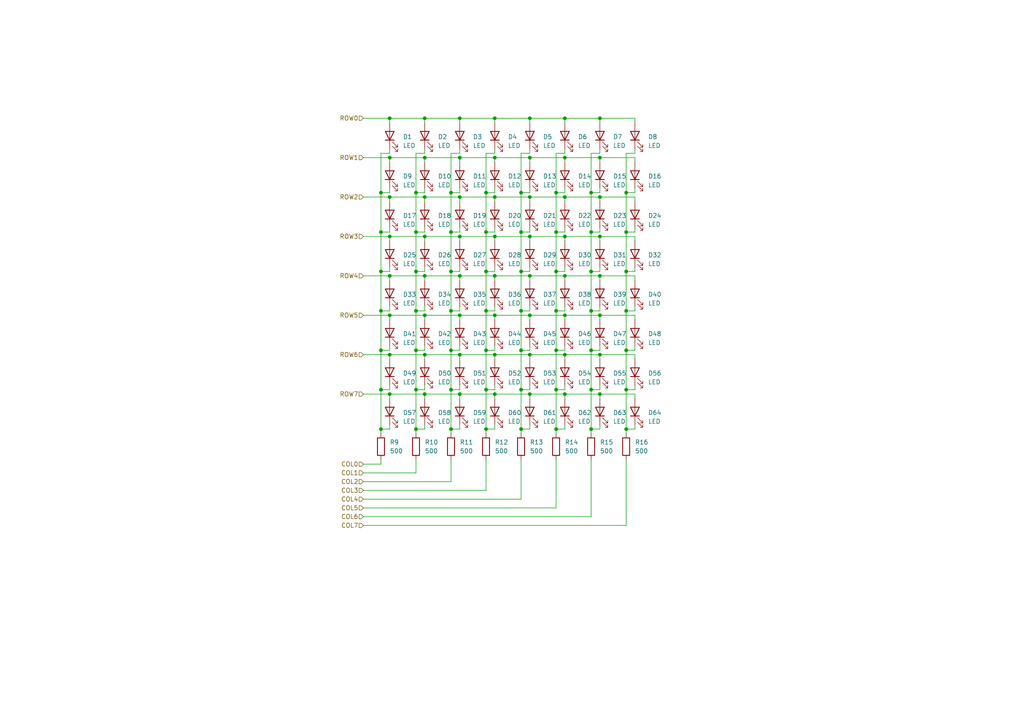
<source format=kicad_sch>
(kicad_sch (version 20230121) (generator eeschema)
  (paper "A4")
  (title_block (title "Volumetric Display") (date "2023-12-18") (rev "V1.0"))
  (lib_symbols
    (symbol "Device:LED" (pin_numbers hide) (pin_names (offset 1.016) hide)
      (property "Reference" "D" (at 0 2.54 0))
      (property "Value" "LED" (at 0 -2.54 0))
      (symbol "LED_0_1"
        (polyline (pts (xy -1.27 -1.27) (xy -1.27 1.27)) (stroke (width 0.254)))
        (polyline (pts (xy -1.27 0) (xy 1.27 0)))
        (polyline (pts (xy 1.27 -1.27) (xy 1.27 1.27) (xy -1.27 0) (xy 1.27 -1.27)) (stroke (width 0.254)))
        (polyline (pts (xy -3.048 -0.762) (xy -4.572 -2.286) (xy -3.81 -2.286) (xy -4.572 -2.286) (xy -4.572 -1.524)))
        (polyline (pts (xy -1.778 -0.762) (xy -3.302 -2.286) (xy -2.54 -2.286) (xy -3.302 -2.286) (xy -3.302 -1.524)))
      )
      (symbol "LED_1_1"
        (pin passive line (at -3.81 0 0) (length 2.54) (name "K") (number "1"))
        (pin passive line (at 3.81 0 180) (length 2.54) (name "A") (number "2"))
      )
    )
    (symbol "Device:R" (pin_numbers hide) (pin_names (offset 0))
      (property "Reference" "R" (at 2.032 0 90))
      (property "Value" "R" (at 0 0 90))
      (symbol "R_0_1"
        (rectangle (start -1.016 -2.54) (end 1.016 2.54) (stroke (width 0.254)))
      )
      (symbol "R_1_1"
        (pin passive line (at 0 3.81 270) (length 1.27) (name "~") (number "1"))
        (pin passive line (at 0 -3.81 90) (length 1.27) (name "~") (number "2"))
      )
    )
  )
  (junction (at 140.97 78.74))
  (junction (at 140.97 124.46))
  (junction (at 110.49 90.17))
  (junction (at 171.45 55.88))
  (junction (at 133.35 91.44))
  (junction (at 151.13 90.17))
  (junction (at 173.99 45.72))
  (junction (at 120.65 55.88))
  (junction (at 123.19 102.87))
  (junction (at 181.61 124.46))
  (junction (at 130.81 67.31))
  (junction (at 163.83 68.58))
  (junction (at 171.45 124.46))
  (junction (at 113.03 114.3))
  (junction (at 123.19 45.72))
  (junction (at 113.03 57.15))
  (junction (at 143.51 102.87))
  (junction (at 110.49 101.6))
  (junction (at 151.13 101.6))
  (junction (at 143.51 91.44))
  (junction (at 113.03 80.01))
  (junction (at 133.35 80.01))
  (junction (at 130.81 78.74))
  (junction (at 113.03 34.29))
  (junction (at 181.61 90.17))
  (junction (at 143.51 34.29))
  (junction (at 133.35 102.87))
  (junction (at 163.83 34.29))
  (junction (at 133.35 57.15))
  (junction (at 140.97 90.17))
  (junction (at 173.99 68.58))
  (junction (at 181.61 101.6))
  (junction (at 153.67 114.3))
  (junction (at 153.67 34.29))
  (junction (at 173.99 57.15))
  (junction (at 181.61 113.03))
  (junction (at 151.13 67.31))
  (junction (at 171.45 78.74))
  (junction (at 181.61 78.74))
  (junction (at 143.51 80.01))
  (junction (at 163.83 45.72))
  (junction (at 161.29 78.74))
  (junction (at 171.45 101.6))
  (junction (at 120.65 124.46))
  (junction (at 153.67 91.44))
  (junction (at 161.29 113.03))
  (junction (at 171.45 113.03))
  (junction (at 153.67 102.87))
  (junction (at 130.81 124.46))
  (junction (at 161.29 55.88))
  (junction (at 173.99 34.29))
  (junction (at 123.19 114.3))
  (junction (at 110.49 113.03))
  (junction (at 113.03 91.44))
  (junction (at 181.61 55.88))
  (junction (at 153.67 80.01))
  (junction (at 173.99 114.3))
  (junction (at 143.51 57.15))
  (junction (at 151.13 113.03))
  (junction (at 123.19 34.29))
  (junction (at 123.19 68.58))
  (junction (at 120.65 78.74))
  (junction (at 130.81 90.17))
  (junction (at 110.49 55.88))
  (junction (at 151.13 55.88))
  (junction (at 171.45 67.31))
  (junction (at 173.99 102.87))
  (junction (at 143.51 114.3))
  (junction (at 163.83 102.87))
  (junction (at 143.51 68.58))
  (junction (at 173.99 80.01))
  (junction (at 110.49 78.74))
  (junction (at 110.49 124.46))
  (junction (at 161.29 101.6))
  (junction (at 153.67 45.72))
  (junction (at 133.35 34.29))
  (junction (at 181.61 67.31))
  (junction (at 173.99 91.44))
  (junction (at 153.67 68.58))
  (junction (at 133.35 114.3))
  (junction (at 120.65 113.03))
  (junction (at 113.03 102.87))
  (junction (at 140.97 113.03))
  (junction (at 133.35 45.72))
  (junction (at 123.19 80.01))
  (junction (at 143.51 45.72))
  (junction (at 130.81 101.6))
  (junction (at 140.97 55.88))
  (junction (at 163.83 80.01))
  (junction (at 163.83 91.44))
  (junction (at 163.83 114.3))
  (junction (at 113.03 45.72))
  (junction (at 163.83 57.15))
  (junction (at 120.65 67.31))
  (junction (at 130.81 113.03))
  (junction (at 130.81 55.88))
  (junction (at 161.29 124.46))
  (junction (at 110.49 67.31))
  (junction (at 123.19 57.15))
  (junction (at 113.03 68.58))
  (junction (at 140.97 101.6))
  (junction (at 133.35 68.58))
  (junction (at 171.45 90.17))
  (junction (at 161.29 90.17))
  (junction (at 153.67 57.15))
  (junction (at 140.97 67.31))
  (junction (at 151.13 124.46))
  (junction (at 120.65 90.17))
  (junction (at 161.29 67.31))
  (junction (at 123.19 91.44))
  (junction (at 151.13 78.74))
  (junction (at 120.65 101.6))
  (wire (pts (xy 161.29 67.31) (xy 161.29 55.88)))
  (wire (pts (xy 151.13 101.6) (xy 151.13 113.03)))
  (wire (pts (xy 123.19 77.47) (xy 123.19 78.74)))
  (wire (pts (xy 153.67 101.6) (xy 153.67 100.33)))
  (wire (pts (xy 143.51 114.3) (xy 143.51 115.57)))
  (wire (pts (xy 143.51 45.72) (xy 143.51 46.99)))
  (wire (pts (xy 123.19 102.87) (xy 123.19 104.14)))
  (wire (pts (xy 184.15 113.03) (xy 181.61 113.03)))
  (wire (pts (xy 173.99 45.72) (xy 184.15 45.72)))
  (wire (pts (xy 153.67 114.3) (xy 163.83 114.3)))
  (wire (pts (xy 143.51 102.87) (xy 143.51 104.14)))
  (wire (pts (xy 130.81 101.6) (xy 130.81 90.17)))
  (wire (pts (xy 133.35 57.15) (xy 143.51 57.15)))
  (wire (pts (xy 151.13 124.46) (xy 151.13 125.73)))
  (wire (pts (xy 130.81 139.7) (xy 130.81 133.35)))
  (wire (pts (xy 120.65 124.46) (xy 120.65 113.03)))
  (wire (pts (xy 143.51 91.44) (xy 153.67 91.44)))
  (wire (pts (xy 113.03 55.88) (xy 113.03 54.61)))
  (wire (pts (xy 105.41 149.86) (xy 171.45 149.86)))
  (wire (pts (xy 163.83 77.47) (xy 163.83 78.74)))
  (wire (pts (xy 123.19 68.58) (xy 123.19 69.85)))
  (wire (pts (xy 184.15 34.29) (xy 184.15 35.56)))
  (wire (pts (xy 143.51 57.15) (xy 153.67 57.15)))
  (wire (pts (xy 123.19 66.04) (xy 123.19 67.31)))
  (wire (pts (xy 173.99 55.88) (xy 173.99 54.61)))
  (wire (pts (xy 181.61 55.88) (xy 181.61 44.45)))
  (wire (pts (xy 173.99 114.3) (xy 184.15 114.3)))
  (wire (pts (xy 163.83 55.88) (xy 163.83 54.61)))
  (wire (pts (xy 171.45 90.17) (xy 173.99 90.17)))
  (wire (pts (xy 184.15 67.31) (xy 181.61 67.31)))
  (wire (pts (xy 153.67 67.31) (xy 151.13 67.31)))
  (wire (pts (xy 123.19 111.76) (xy 123.19 113.03)))
  (wire (pts (xy 153.67 45.72) (xy 163.83 45.72)))
  (wire (pts (xy 120.65 55.88) (xy 120.65 44.45)))
  (wire (pts (xy 133.35 91.44) (xy 133.35 92.71)))
  (wire (pts (xy 161.29 113.03) (xy 161.29 101.6)))
  (wire (pts (xy 161.29 55.88) (xy 163.83 55.88)))
  (wire (pts (xy 163.83 124.46) (xy 161.29 124.46)))
  (wire (pts (xy 151.13 113.03) (xy 151.13 124.46)))
  (wire (pts (xy 153.67 102.87) (xy 163.83 102.87)))
  (wire (pts (xy 133.35 80.01) (xy 143.51 80.01)))
  (wire (pts (xy 113.03 80.01) (xy 123.19 80.01)))
  (wire (pts (xy 113.03 45.72) (xy 123.19 45.72)))
  (wire (pts (xy 143.51 123.19) (xy 143.51 124.46)))
  (wire (pts (xy 181.61 78.74) (xy 181.61 67.31)))
  (wire (pts (xy 173.99 45.72) (xy 173.99 46.99)))
  (wire (pts (xy 153.67 68.58) (xy 153.67 69.85)))
  (wire (pts (xy 184.15 114.3) (xy 184.15 115.57)))
  (wire (pts (xy 153.67 123.19) (xy 153.67 124.46)))
  (wire (pts (xy 133.35 57.15) (xy 133.35 58.42)))
  (wire (pts (xy 105.41 137.16) (xy 120.65 137.16)))
  (wire (pts (xy 113.03 88.9) (xy 113.03 90.17)))
  (wire (pts (xy 133.35 91.44) (xy 143.51 91.44)))
  (wire (pts (xy 113.03 102.87) (xy 113.03 104.14)))
  (wire (pts (xy 184.15 68.58) (xy 184.15 69.85)))
  (wire (pts (xy 110.49 124.46) (xy 110.49 125.73)))
  (wire (pts (xy 123.19 114.3) (xy 133.35 114.3)))
  (wire (pts (xy 143.51 80.01) (xy 143.51 81.28)))
  (wire (pts (xy 120.65 55.88) (xy 123.19 55.88)))
  (wire (pts (xy 163.83 45.72) (xy 173.99 45.72)))
  (wire (pts (xy 163.83 91.44) (xy 163.83 92.71)))
  (wire (pts (xy 105.41 68.58) (xy 113.03 68.58)))
  (wire (pts (xy 161.29 101.6) (xy 163.83 101.6)))
  (wire (pts (xy 133.35 68.58) (xy 143.51 68.58)))
  (wire (pts (xy 113.03 113.03) (xy 110.49 113.03)))
  (wire (pts (xy 171.45 113.03) (xy 171.45 101.6)))
  (wire (pts (xy 153.67 66.04) (xy 153.67 67.31)))
  (wire (pts (xy 173.99 77.47) (xy 173.99 78.74)))
  (wire (pts (xy 113.03 102.87) (xy 123.19 102.87)))
  (wire (pts (xy 120.65 113.03) (xy 120.65 101.6)))
  (wire (pts (xy 153.67 68.58) (xy 163.83 68.58)))
  (wire (pts (xy 113.03 44.45) (xy 110.49 44.45)))
  (wire (pts (xy 133.35 114.3) (xy 143.51 114.3)))
  (wire (pts (xy 184.15 80.01) (xy 184.15 81.28)))
  (wire (pts (xy 123.19 44.45) (xy 123.19 43.18)))
  (wire (pts (xy 143.51 101.6) (xy 143.51 100.33)))
  (wire (pts (xy 120.65 137.16) (xy 120.65 133.35)))
  (wire (pts (xy 105.41 147.32) (xy 161.29 147.32)))
  (wire (pts (xy 153.67 77.47) (xy 153.67 78.74)))
  (wire (pts (xy 123.19 57.15) (xy 133.35 57.15)))
  (wire (pts (xy 151.13 101.6) (xy 153.67 101.6)))
  (wire (pts (xy 173.99 34.29) (xy 173.99 35.56)))
  (wire (pts (xy 171.45 67.31) (xy 171.45 55.88)))
  (wire (pts (xy 130.81 125.73) (xy 130.81 124.46)))
  (wire (pts (xy 130.81 124.46) (xy 130.81 113.03)))
  (wire (pts (xy 123.19 91.44) (xy 123.19 92.71)))
  (wire (pts (xy 173.99 114.3) (xy 173.99 115.57)))
  (wire (pts (xy 153.67 111.76) (xy 153.67 113.03)))
  (wire (pts (xy 105.41 45.72) (xy 113.03 45.72)))
  (wire (pts (xy 143.51 66.04) (xy 143.51 67.31)))
  (wire (pts (xy 140.97 124.46) (xy 140.97 113.03)))
  (wire (pts (xy 163.83 114.3) (xy 163.83 115.57)))
  (wire (pts (xy 153.67 88.9) (xy 153.67 90.17)))
  (wire (pts (xy 173.99 67.31) (xy 171.45 67.31)))
  (wire (pts (xy 171.45 125.73) (xy 171.45 124.46)))
  (wire (pts (xy 143.51 34.29) (xy 153.67 34.29)))
  (wire (pts (xy 133.35 113.03) (xy 130.81 113.03)))
  (wire (pts (xy 143.51 114.3) (xy 153.67 114.3)))
  (wire (pts (xy 143.51 44.45) (xy 143.51 43.18)))
  (wire (pts (xy 123.19 68.58) (xy 133.35 68.58)))
  (wire (pts (xy 173.99 123.19) (xy 173.99 124.46)))
  (wire (pts (xy 110.49 90.17) (xy 110.49 101.6)))
  (wire (pts (xy 163.83 68.58) (xy 163.83 69.85)))
  (wire (pts (xy 133.35 102.87) (xy 143.51 102.87)))
  (wire (pts (xy 123.19 101.6) (xy 123.19 100.33)))
  (wire (pts (xy 133.35 102.87) (xy 133.35 104.14)))
  (wire (pts (xy 151.13 144.78) (xy 151.13 133.35)))
  (wire (pts (xy 113.03 114.3) (xy 123.19 114.3)))
  (wire (pts (xy 140.97 67.31) (xy 140.97 55.88)))
  (wire (pts (xy 173.99 68.58) (xy 173.99 69.85)))
  (wire (pts (xy 113.03 114.3) (xy 113.03 115.57)))
  (wire (pts (xy 163.83 34.29) (xy 163.83 35.56)))
  (wire (pts (xy 153.67 91.44) (xy 163.83 91.44)))
  (wire (pts (xy 181.61 152.4) (xy 181.61 133.35)))
  (wire (pts (xy 113.03 91.44) (xy 113.03 92.71)))
  (wire (pts (xy 184.15 55.88) (xy 184.15 54.61)))
  (wire (pts (xy 123.19 67.31) (xy 120.65 67.31)))
  (wire (pts (xy 163.83 102.87) (xy 163.83 104.14)))
  (wire (pts (xy 133.35 123.19) (xy 133.35 124.46)))
  (wire (pts (xy 181.61 101.6) (xy 184.15 101.6)))
  (wire (pts (xy 133.35 80.01) (xy 133.35 81.28)))
  (wire (pts (xy 173.99 80.01) (xy 184.15 80.01)))
  (wire (pts (xy 161.29 125.73) (xy 161.29 124.46)))
  (wire (pts (xy 105.41 114.3) (xy 113.03 114.3)))
  (wire (pts (xy 151.13 44.45) (xy 151.13 55.88)))
  (wire (pts (xy 163.83 57.15) (xy 173.99 57.15)))
  (wire (pts (xy 184.15 57.15) (xy 184.15 58.42)))
  (wire (pts (xy 184.15 123.19) (xy 184.15 124.46)))
  (wire (pts (xy 163.83 66.04) (xy 163.83 67.31)))
  (wire (pts (xy 171.45 78.74) (xy 171.45 67.31)))
  (wire (pts (xy 123.19 78.74) (xy 120.65 78.74)))
  (wire (pts (xy 163.83 67.31) (xy 161.29 67.31)))
  (wire (pts (xy 161.29 78.74) (xy 161.29 90.17)))
  (wire (pts (xy 130.81 101.6) (xy 133.35 101.6)))
  (wire (pts (xy 143.51 78.74) (xy 140.97 78.74)))
  (wire (pts (xy 153.67 44.45) (xy 151.13 44.45)))
  (wire (pts (xy 143.51 91.44) (xy 143.51 92.71)))
  (wire (pts (xy 113.03 78.74) (xy 110.49 78.74)))
  (wire (pts (xy 153.67 43.18) (xy 153.67 44.45)))
  (wire (pts (xy 133.35 34.29) (xy 143.51 34.29)))
  (wire (pts (xy 184.15 91.44) (xy 184.15 92.71)))
  (wire (pts (xy 123.19 123.19) (xy 123.19 124.46)))
  (wire (pts (xy 113.03 43.18) (xy 113.03 44.45)))
  (wire (pts (xy 173.99 80.01) (xy 173.99 81.28)))
  (wire (pts (xy 120.65 78.74) (xy 120.65 90.17)))
  (wire (pts (xy 113.03 90.17) (xy 110.49 90.17)))
  (wire (pts (xy 181.61 124.46) (xy 181.61 113.03)))
  (wire (pts (xy 184.15 77.47) (xy 184.15 78.74)))
  (wire (pts (xy 173.99 101.6) (xy 173.99 100.33)))
  (wire (pts (xy 184.15 45.72) (xy 184.15 46.99)))
  (wire (pts (xy 151.13 67.31) (xy 151.13 78.74)))
  (wire (pts (xy 133.35 68.58) (xy 133.35 69.85)))
  (wire (pts (xy 133.35 44.45) (xy 133.35 43.18)))
  (wire (pts (xy 140.97 90.17) (xy 143.51 90.17)))
  (wire (pts (xy 123.19 45.72) (xy 133.35 45.72)))
  (wire (pts (xy 173.99 66.04) (xy 173.99 67.31)))
  (wire (pts (xy 123.19 114.3) (xy 123.19 115.57)))
  (wire (pts (xy 105.41 139.7) (xy 130.81 139.7)))
  (wire (pts (xy 163.83 114.3) (xy 173.99 114.3)))
  (wire (pts (xy 113.03 123.19) (xy 113.03 124.46)))
  (wire (pts (xy 181.61 44.45) (xy 184.15 44.45)))
  (wire (pts (xy 130.81 55.88) (xy 133.35 55.88)))
  (wire (pts (xy 171.45 101.6) (xy 173.99 101.6)))
  (wire (pts (xy 143.51 45.72) (xy 153.67 45.72)))
  (wire (pts (xy 140.97 101.6) (xy 140.97 90.17)))
  (wire (pts (xy 133.35 55.88) (xy 133.35 54.61)))
  (wire (pts (xy 130.81 44.45) (xy 133.35 44.45)))
  (wire (pts (xy 153.67 55.88) (xy 153.67 54.61)))
  (wire (pts (xy 161.29 124.46) (xy 161.29 113.03)))
  (wire (pts (xy 163.83 102.87) (xy 173.99 102.87)))
  (wire (pts (xy 151.13 90.17) (xy 151.13 101.6)))
  (wire (pts (xy 123.19 34.29) (xy 133.35 34.29)))
  (wire (pts (xy 133.35 67.31) (xy 130.81 67.31)))
  (wire (pts (xy 123.19 34.29) (xy 123.19 35.56)))
  (wire (pts (xy 163.83 57.15) (xy 163.83 58.42)))
  (wire (pts (xy 113.03 66.04) (xy 113.03 67.31)))
  (wire (pts (xy 113.03 80.01) (xy 113.03 81.28)))
  (wire (pts (xy 173.99 113.03) (xy 171.45 113.03)))
  (wire (pts (xy 171.45 78.74) (xy 171.45 90.17)))
  (wire (pts (xy 113.03 68.58) (xy 113.03 69.85)))
  (wire (pts (xy 113.03 124.46) (xy 110.49 124.46)))
  (wire (pts (xy 181.61 113.03) (xy 181.61 101.6)))
  (wire (pts (xy 113.03 45.72) (xy 113.03 46.99)))
  (wire (pts (xy 153.67 91.44) (xy 153.67 92.71)))
  (wire (pts (xy 181.61 78.74) (xy 181.61 90.17)))
  (wire (pts (xy 113.03 91.44) (xy 123.19 91.44)))
  (wire (pts (xy 153.67 57.15) (xy 153.67 58.42)))
  (wire (pts (xy 133.35 114.3) (xy 133.35 115.57)))
  (wire (pts (xy 173.99 91.44) (xy 173.99 92.71)))
  (wire (pts (xy 113.03 57.15) (xy 113.03 58.42)))
  (wire (pts (xy 153.67 78.74) (xy 151.13 78.74)))
  (wire (pts (xy 113.03 101.6) (xy 113.03 100.33)))
  (wire (pts (xy 153.67 34.29) (xy 163.83 34.29)))
  (wire (pts (xy 110.49 101.6) (xy 110.49 113.03)))
  (wire (pts (xy 173.99 57.15) (xy 173.99 58.42)))
  (wire (pts (xy 130.81 55.88) (xy 130.81 44.45)))
  (wire (pts (xy 123.19 80.01) (xy 123.19 81.28)))
  (wire (pts (xy 163.83 101.6) (xy 163.83 100.33)))
  (wire (pts (xy 181.61 90.17) (xy 184.15 90.17)))
  (wire (pts (xy 173.99 68.58) (xy 184.15 68.58)))
  (wire (pts (xy 171.45 55.88) (xy 171.45 44.45)))
  (wire (pts (xy 171.45 124.46) (xy 171.45 113.03)))
  (wire (pts (xy 120.65 101.6) (xy 123.19 101.6)))
  (wire (pts (xy 140.97 55.88) (xy 143.51 55.88)))
  (wire (pts (xy 123.19 102.87) (xy 133.35 102.87)))
  (wire (pts (xy 161.29 44.45) (xy 163.83 44.45)))
  (wire (pts (xy 123.19 80.01) (xy 133.35 80.01)))
  (wire (pts (xy 105.41 144.78) (xy 151.13 144.78)))
  (wire (pts (xy 153.67 124.46) (xy 151.13 124.46)))
  (wire (pts (xy 130.81 90.17) (xy 133.35 90.17)))
  (wire (pts (xy 133.35 77.47) (xy 133.35 78.74)))
  (wire (pts (xy 133.35 66.04) (xy 133.35 67.31)))
  (wire (pts (xy 140.97 78.74) (xy 140.97 90.17)))
  (wire (pts (xy 105.41 134.62) (xy 110.49 134.62)))
  (wire (pts (xy 123.19 124.46) (xy 120.65 124.46)))
  (wire (pts (xy 163.83 45.72) (xy 163.83 46.99)))
  (wire (pts (xy 143.51 77.47) (xy 143.51 78.74)))
  (wire (pts (xy 140.97 55.88) (xy 140.97 44.45)))
  (wire (pts (xy 133.35 45.72) (xy 143.51 45.72)))
  (wire (pts (xy 133.35 78.74) (xy 130.81 78.74)))
  (wire (pts (xy 163.83 91.44) (xy 173.99 91.44)))
  (wire (pts (xy 140.97 101.6) (xy 143.51 101.6)))
  (wire (pts (xy 140.97 142.24) (xy 140.97 133.35)))
  (wire (pts (xy 130.81 78.74) (xy 130.81 67.31)))
  (wire (pts (xy 123.19 91.44) (xy 133.35 91.44)))
  (wire (pts (xy 173.99 34.29) (xy 184.15 34.29)))
  (wire (pts (xy 184.15 102.87) (xy 184.15 104.14)))
  (wire (pts (xy 153.67 113.03) (xy 151.13 113.03)))
  (wire (pts (xy 143.51 68.58) (xy 143.51 69.85)))
  (wire (pts (xy 133.35 34.29) (xy 133.35 35.56)))
  (wire (pts (xy 120.65 78.74) (xy 120.65 67.31)))
  (wire (pts (xy 181.61 125.73) (xy 181.61 124.46)))
  (wire (pts (xy 153.67 34.29) (xy 153.67 35.56)))
  (wire (pts (xy 181.61 55.88) (xy 184.15 55.88)))
  (wire (pts (xy 113.03 77.47) (xy 113.03 78.74)))
  (wire (pts (xy 110.49 113.03) (xy 110.49 124.46)))
  (wire (pts (xy 105.41 80.01) (xy 113.03 80.01)))
  (wire (pts (xy 143.51 113.03) (xy 140.97 113.03)))
  (wire (pts (xy 153.67 45.72) (xy 153.67 46.99)))
  (wire (pts (xy 181.61 67.31) (xy 181.61 55.88)))
  (wire (pts (xy 123.19 55.88) (xy 123.19 54.61)))
  (wire (pts (xy 153.67 80.01) (xy 153.67 81.28)))
  (wire (pts (xy 110.49 55.88) (xy 110.49 67.31)))
  (wire (pts (xy 105.41 91.44) (xy 113.03 91.44)))
  (wire (pts (xy 171.45 44.45) (xy 173.99 44.45)))
  (wire (pts (xy 120.65 67.31) (xy 120.65 55.88)))
  (wire (pts (xy 143.51 34.29) (xy 143.51 35.56)))
  (wire (pts (xy 120.65 125.73) (xy 120.65 124.46)))
  (wire (pts (xy 151.13 55.88) (xy 153.67 55.88)))
  (wire (pts (xy 120.65 90.17) (xy 123.19 90.17)))
  (wire (pts (xy 171.45 101.6) (xy 171.45 90.17)))
  (wire (pts (xy 173.99 102.87) (xy 184.15 102.87)))
  (wire (pts (xy 161.29 90.17) (xy 163.83 90.17)))
  (wire (pts (xy 173.99 78.74) (xy 171.45 78.74)))
  (wire (pts (xy 161.29 147.32) (xy 161.29 133.35)))
  (wire (pts (xy 173.99 44.45) (xy 173.99 43.18)))
  (wire (pts (xy 143.51 90.17) (xy 143.51 88.9)))
  (wire (pts (xy 133.35 124.46) (xy 130.81 124.46)))
  (wire (pts (xy 173.99 111.76) (xy 173.99 113.03)))
  (wire (pts (xy 113.03 68.58) (xy 123.19 68.58)))
  (wire (pts (xy 143.51 80.01) (xy 153.67 80.01)))
  (wire (pts (xy 161.29 101.6) (xy 161.29 90.17)))
  (wire (pts (xy 143.51 111.76) (xy 143.51 113.03)))
  (wire (pts (xy 181.61 101.6) (xy 181.61 90.17)))
  (wire (pts (xy 184.15 66.04) (xy 184.15 67.31)))
  (wire (pts (xy 113.03 57.15) (xy 123.19 57.15)))
  (wire (pts (xy 163.83 90.17) (xy 163.83 88.9)))
  (wire (pts (xy 110.49 134.62) (xy 110.49 133.35)))
  (wire (pts (xy 133.35 111.76) (xy 133.35 113.03)))
  (wire (pts (xy 184.15 78.74) (xy 181.61 78.74)))
  (wire (pts (xy 123.19 45.72) (xy 123.19 46.99)))
  (wire (pts (xy 130.81 78.74) (xy 130.81 90.17)))
  (wire (pts (xy 140.97 44.45) (xy 143.51 44.45)))
  (wire (pts (xy 133.35 90.17) (xy 133.35 88.9)))
  (wire (pts (xy 173.99 90.17) (xy 173.99 88.9)))
  (wire (pts (xy 123.19 57.15) (xy 123.19 58.42)))
  (wire (pts (xy 113.03 34.29) (xy 123.19 34.29)))
  (wire (pts (xy 173.99 57.15) (xy 184.15 57.15)))
  (wire (pts (xy 143.51 57.15) (xy 143.51 58.42)))
  (wire (pts (xy 143.51 124.46) (xy 140.97 124.46)))
  (wire (pts (xy 120.65 101.6) (xy 120.65 90.17)))
  (wire (pts (xy 163.83 34.29) (xy 173.99 34.29)))
  (wire (pts (xy 173.99 91.44) (xy 184.15 91.44)))
  (wire (pts (xy 130.81 113.03) (xy 130.81 101.6)))
  (wire (pts (xy 143.51 102.87) (xy 153.67 102.87)))
  (wire (pts (xy 153.67 114.3) (xy 153.67 115.57)))
  (wire (pts (xy 173.99 124.46) (xy 171.45 124.46)))
  (wire (pts (xy 110.49 78.74) (xy 110.49 90.17)))
  (wire (pts (xy 113.03 67.31) (xy 110.49 67.31)))
  (wire (pts (xy 105.41 142.24) (xy 140.97 142.24)))
  (wire (pts (xy 163.83 68.58) (xy 173.99 68.58)))
  (wire (pts (xy 143.51 68.58) (xy 153.67 68.58)))
  (wire (pts (xy 105.41 102.87) (xy 113.03 102.87)))
  (wire (pts (xy 123.19 90.17) (xy 123.19 88.9)))
  (wire (pts (xy 163.83 113.03) (xy 161.29 113.03)))
  (wire (pts (xy 110.49 67.31) (xy 110.49 78.74)))
  (wire (pts (xy 163.83 80.01) (xy 173.99 80.01)))
  (wire (pts (xy 153.67 90.17) (xy 151.13 90.17)))
  (wire (pts (xy 113.03 34.29) (xy 113.03 35.56)))
  (wire (pts (xy 123.19 113.03) (xy 120.65 113.03)))
  (wire (pts (xy 133.35 45.72) (xy 133.35 46.99)))
  (wire (pts (xy 143.51 55.88) (xy 143.51 54.61)))
  (wire (pts (xy 163.83 80.01) (xy 163.83 81.28)))
  (wire (pts (xy 130.81 67.31) (xy 130.81 55.88)))
  (wire (pts (xy 171.45 149.86) (xy 171.45 133.35)))
  (wire (pts (xy 133.35 101.6) (xy 133.35 100.33)))
  (wire (pts (xy 163.83 44.45) (xy 163.83 43.18)))
  (wire (pts (xy 184.15 90.17) (xy 184.15 88.9)))
  (wire (pts (xy 140.97 78.74) (xy 140.97 67.31)))
  (wire (pts (xy 153.67 80.01) (xy 163.83 80.01)))
  (wire (pts (xy 161.29 78.74) (xy 161.29 67.31)))
  (wire (pts (xy 110.49 44.45) (xy 110.49 55.88)))
  (wire (pts (xy 143.51 67.31) (xy 140.97 67.31)))
  (wire (pts (xy 173.99 102.87) (xy 173.99 104.14)))
  (wire (pts (xy 140.97 113.03) (xy 140.97 101.6)))
  (wire (pts (xy 184.15 111.76) (xy 184.15 113.03)))
  (wire (pts (xy 105.41 57.15) (xy 113.03 57.15)))
  (wire (pts (xy 110.49 101.6) (xy 113.03 101.6)))
  (wire (pts (xy 140.97 125.73) (xy 140.97 124.46)))
  (wire (pts (xy 161.29 55.88) (xy 161.29 44.45)))
  (wire (pts (xy 151.13 78.74) (xy 151.13 90.17)))
  (wire (pts (xy 113.03 111.76) (xy 113.03 113.03)))
  (wire (pts (xy 120.65 44.45) (xy 123.19 44.45)))
  (wire (pts (xy 163.83 111.76) (xy 163.83 113.03)))
  (wire (pts (xy 105.41 152.4) (xy 181.61 152.4)))
  (wire (pts (xy 153.67 57.15) (xy 163.83 57.15)))
  (wire (pts (xy 163.83 78.74) (xy 161.29 78.74)))
  (wire (pts (xy 105.41 34.29) (xy 113.03 34.29)))
  (wire (pts (xy 110.49 55.88) (xy 113.03 55.88)))
  (wire (pts (xy 163.83 123.19) (xy 163.83 124.46)))
  (wire (pts (xy 153.67 102.87) (xy 153.67 104.14)))
  (wire (pts (xy 171.45 55.88) (xy 173.99 55.88)))
  (wire (pts (xy 184.15 101.6) (xy 184.15 100.33)))
  (wire (pts (xy 151.13 55.88) (xy 151.13 67.31)))
  (wire (pts (xy 184.15 44.45) (xy 184.15 43.18)))
  (wire (pts (xy 184.15 124.46) (xy 181.61 124.46)))
  (hierarchical_label "ROW2" (shape input) (at 105.41 57.15 180))
  (hierarchical_label "COL0" (shape input) (at 105.41 134.62 180))
  (hierarchical_label "COL6" (shape input) (at 105.41 149.86 180))
  (hierarchical_label "ROW1" (shape input) (at 105.41 45.72 180))
  (hierarchical_label "COL7" (shape input) (at 105.41 152.4 180))
  (hierarchical_label "ROW3" (shape input) (at 105.41 68.58 180))
  (hierarchical_label "COL1" (shape input) (at 105.41 137.16 180))
  (hierarchical_label "ROW4" (shape input) (at 105.41 80.01 180))
  (hierarchical_label "ROW6" (shape input) (at 105.41 102.87 180))
  (hierarchical_label "ROW5" (shape input) (at 105.41 91.44 180))
  (hierarchical_label "ROW7" (shape input) (at 105.41 114.3 180))
  (hierarchical_label "ROW0" (shape input) (at 105.41 34.29 180))
  (hierarchical_label "COL2" (shape input) (at 105.41 139.7 180))
  (hierarchical_label "COL3" (shape input) (at 105.41 142.24 180))
  (hierarchical_label "COL4" (shape input) (at 105.41 144.78 180))
  (hierarchical_label "COL5" (shape input) (at 105.41 147.32 180))
  (symbol (lib_id "Device:LED") (at 123.19 73.66 90) (unit 1)
    (property "Reference" "D26" (at 127 73.9775 90) (effects (justify right)))
    (property "Value" "LED" (at 127 76.5175 90) (effects (justify right)))
    (property "Footprint" "custom_footprints:led_0603" (effects hide))
  )
  (symbol (lib_id "Device:LED") (at 153.67 85.09 90) (unit 1)
    (property "Reference" "D37" (at 157.48 85.4075 90) (effects (justify right)))
    (property "Value" "LED" (at 157.48 87.9475 90) (effects (justify right)))
    (property "Footprint" "custom_footprints:led_0603" (effects hide))
  )
  (symbol (lib_id "Device:LED") (at 113.03 50.8 90) (unit 1)
    (property "Reference" "D9" (at 116.84 51.1175 90) (effects (justify right)))
    (property "Value" "LED" (at 116.84 53.6575 90) (effects (justify right)))
    (property "Footprint" "custom_footprints:led_0603" (effects hide))
  )
  (symbol (lib_id "Device:LED") (at 153.67 96.52 90) (unit 1)
    (property "Reference" "D45" (at 157.48 96.8375 90) (effects (justify right)))
    (property "Value" "LED" (at 157.48 99.3775 90) (effects (justify right)))
    (property "Footprint" "custom_footprints:led_0603" (effects hide))
  )
  (symbol (lib_id "Device:LED") (at 143.51 119.38 90) (unit 1)
    (property "Reference" "D60" (at 147.32 119.6975 90) (effects (justify right)))
    (property "Value" "LED" (at 147.32 122.2375 90) (effects (justify right)))
    (property "Footprint" "custom_footprints:led_0603" (effects hide))
  )
  (symbol (lib_id "Device:LED") (at 184.15 73.66 90) (unit 1)
    (property "Reference" "D32" (at 187.96 73.9775 90) (effects (justify right)))
    (property "Value" "LED" (at 187.96 76.5175 90) (effects (justify right)))
    (property "Footprint" "custom_footprints:led_0603" (effects hide))
  )
  (symbol (lib_id "Device:R") (at 151.13 129.54 0) (unit 1)
    (property "Reference" "R13" (at 153.67 128.27 0) (effects (justify left)))
    (property "Value" "500" (at 153.67 130.81 0) (effects (justify left)))
    (property "Footprint" "Resistor_SMD:R_0603_1608Metric" (effects hide))
  )
  (symbol (lib_id "Device:LED") (at 153.67 73.66 90) (unit 1)
    (property "Reference" "D29" (at 157.48 73.9775 90) (effects (justify right)))
    (property "Value" "LED" (at 157.48 76.5175 90) (effects (justify right)))
    (property "Footprint" "custom_footprints:led_0603" (effects hide))
  )
  (symbol (lib_id "Device:LED") (at 173.99 39.37 90) (unit 1)
    (property "Reference" "D7" (at 177.8 39.6875 90) (effects (justify right)))
    (property "Value" "LED" (at 177.8 42.2275 90) (effects (justify right)))
    (property "Footprint" "custom_footprints:led_0603" (effects hide))
  )
  (symbol (lib_id "Device:LED") (at 143.51 62.23 90) (unit 1)
    (property "Reference" "D20" (at 147.32 62.5475 90) (effects (justify right)))
    (property "Value" "LED" (at 147.32 65.0875 90) (effects (justify right)))
    (property "Footprint" "custom_footprints:led_0603" (effects hide))
  )
  (symbol (lib_id "Device:LED") (at 143.51 85.09 90) (unit 1)
    (property "Reference" "D36" (at 147.32 85.4075 90) (effects (justify right)))
    (property "Value" "LED" (at 147.32 87.9475 90) (effects (justify right)))
    (property "Footprint" "custom_footprints:led_0603" (effects hide))
  )
  (symbol (lib_id "Device:LED") (at 163.83 73.66 90) (unit 1)
    (property "Reference" "D30" (at 167.64 73.9775 90) (effects (justify right)))
    (property "Value" "LED" (at 167.64 76.5175 90) (effects (justify right)))
    (property "Footprint" "custom_footprints:led_0603" (effects hide))
  )
  (symbol (lib_id "Device:LED") (at 123.19 50.8 90) (unit 1)
    (property "Reference" "D10" (at 127 51.1175 90) (effects (justify right)))
    (property "Value" "LED" (at 127 53.6575 90) (effects (justify right)))
    (property "Footprint" "custom_footprints:led_0603" (effects hide))
  )
  (symbol (lib_id "Device:LED") (at 113.03 73.66 90) (unit 1)
    (property "Reference" "D25" (at 116.84 73.9775 90) (effects (justify right)))
    (property "Value" "LED" (at 116.84 76.5175 90) (effects (justify right)))
    (property "Footprint" "custom_footprints:led_0603" (effects hide))
  )
  (symbol (lib_id "Device:LED") (at 123.19 107.95 90) (unit 1)
    (property "Reference" "D50" (at 127 108.2675 90) (effects (justify right)))
    (property "Value" "LED" (at 127 110.8075 90) (effects (justify right)))
    (property "Footprint" "custom_footprints:led_0603" (effects hide))
  )
  (symbol (lib_id "Device:R") (at 130.81 129.54 0) (unit 1)
    (property "Reference" "R11" (at 133.35 128.27 0) (effects (justify left)))
    (property "Value" "500" (at 133.35 130.81 0) (effects (justify left)))
    (property "Footprint" "Resistor_SMD:R_0603_1608Metric" (effects hide))
  )
  (symbol (lib_id "Device:LED") (at 163.83 107.95 90) (unit 1)
    (property "Reference" "D54" (at 167.64 108.2675 90) (effects (justify right)))
    (property "Value" "LED" (at 167.64 110.8075 90) (effects (justify right)))
    (property "Footprint" "custom_footprints:led_0603" (effects hide))
  )
  (symbol (lib_id "Device:R") (at 181.61 129.54 0) (unit 1)
    (property "Reference" "R16" (at 184.15 128.27 0) (effects (justify left)))
    (property "Value" "500" (at 184.15 130.81 0) (effects (justify left)))
    (property "Footprint" "Resistor_SMD:R_0603_1608Metric" (effects hide))
  )
  (symbol (lib_id "Device:LED") (at 143.51 73.66 90) (unit 1)
    (property "Reference" "D28" (at 147.32 73.9775 90) (effects (justify right)))
    (property "Value" "LED" (at 147.32 76.5175 90) (effects (justify right)))
    (property "Footprint" "custom_footprints:led_0603" (effects hide))
  )
  (symbol (lib_id "Device:R") (at 110.49 129.54 0) (unit 1)
    (property "Reference" "R9" (at 113.03 128.27 0) (effects (justify left)))
    (property "Value" "500" (at 113.03 130.81 0) (effects (justify left)))
    (property "Footprint" "Resistor_SMD:R_0603_1608Metric" (effects hide))
  )
  (symbol (lib_id "Device:LED") (at 113.03 62.23 90) (unit 1)
    (property "Reference" "D17" (at 116.84 62.5475 90) (effects (justify right)))
    (property "Value" "LED" (at 116.84 65.0875 90) (effects (justify right)))
    (property "Footprint" "custom_footprints:led_0603" (effects hide))
  )
  (symbol (lib_id "Device:LED") (at 173.99 73.66 90) (unit 1)
    (property "Reference" "D31" (at 177.8 73.9775 90) (effects (justify right)))
    (property "Value" "LED" (at 177.8 76.5175 90) (effects (justify right)))
    (property "Footprint" "custom_footprints:led_0603" (effects hide))
  )
  (symbol (lib_id "Device:R") (at 120.65 129.54 0) (unit 1)
    (property "Reference" "R10" (at 123.19 128.27 0) (effects (justify left)))
    (property "Value" "500" (at 123.19 130.81 0) (effects (justify left)))
    (property "Footprint" "Resistor_SMD:R_0603_1608Metric" (effects hide))
  )
  (symbol (lib_id "Device:LED") (at 143.51 39.37 90) (unit 1)
    (property "Reference" "D4" (at 147.32 39.6875 90) (effects (justify right)))
    (property "Value" "LED" (at 147.32 42.2275 90) (effects (justify right)))
    (property "Footprint" "custom_footprints:led_0603" (effects hide))
  )
  (symbol (lib_id "Device:R") (at 140.97 129.54 0) (unit 1)
    (property "Reference" "R12" (at 143.51 128.27 0) (effects (justify left)))
    (property "Value" "500" (at 143.51 130.81 0) (effects (justify left)))
    (property "Footprint" "Resistor_SMD:R_0603_1608Metric" (effects hide))
  )
  (symbol (lib_id "Device:LED") (at 133.35 85.09 90) (unit 1)
    (property "Reference" "D35" (at 137.16 85.4075 90) (effects (justify right)))
    (property "Value" "LED" (at 137.16 87.9475 90) (effects (justify right)))
    (property "Footprint" "custom_footprints:led_0603" (effects hide))
  )
  (symbol (lib_id "Device:LED") (at 143.51 50.8 90) (unit 1)
    (property "Reference" "D12" (at 147.32 51.1175 90) (effects (justify right)))
    (property "Value" "LED" (at 147.32 53.6575 90) (effects (justify right)))
    (property "Footprint" "custom_footprints:led_0603" (effects hide))
  )
  (symbol (lib_id "Device:LED") (at 113.03 119.38 90) (unit 1)
    (property "Reference" "D57" (at 116.84 119.6975 90) (effects (justify right)))
    (property "Value" "LED" (at 116.84 122.2375 90) (effects (justify right)))
    (property "Footprint" "custom_footprints:led_0603" (effects hide))
  )
  (symbol (lib_id "Device:LED") (at 184.15 50.8 90) (unit 1)
    (property "Reference" "D16" (at 187.96 51.1175 90) (effects (justify right)))
    (property "Value" "LED" (at 187.96 53.6575 90) (effects (justify right)))
    (property "Footprint" "custom_footprints:led_0603" (effects hide))
  )
  (symbol (lib_id "Device:LED") (at 173.99 85.09 90) (unit 1)
    (property "Reference" "D39" (at 177.8 85.4075 90) (effects (justify right)))
    (property "Value" "LED" (at 177.8 87.9475 90) (effects (justify right)))
    (property "Footprint" "custom_footprints:led_0603" (effects hide))
  )
  (symbol (lib_id "Device:LED") (at 133.35 119.38 90) (unit 1)
    (property "Reference" "D59" (at 137.16 119.6975 90) (effects (justify right)))
    (property "Value" "LED" (at 137.16 122.2375 90) (effects (justify right)))
    (property "Footprint" "custom_footprints:led_0603" (effects hide))
  )
  (symbol (lib_id "Device:LED") (at 184.15 119.38 90) (unit 1)
    (property "Reference" "D64" (at 187.96 119.6975 90) (effects (justify right)))
    (property "Value" "LED" (at 187.96 122.2375 90) (effects (justify right)))
    (property "Footprint" "custom_footprints:led_0603" (effects hide))
  )
  (symbol (lib_id "Device:LED") (at 173.99 96.52 90) (unit 1)
    (property "Reference" "D47" (at 177.8 96.8375 90) (effects (justify right)))
    (property "Value" "LED" (at 177.8 99.3775 90) (effects (justify right)))
    (property "Footprint" "custom_footprints:led_0603" (effects hide))
  )
  (symbol (lib_id "Device:R") (at 161.29 129.54 0) (unit 1)
    (property "Reference" "R14" (at 163.83 128.27 0) (effects (justify left)))
    (property "Value" "500" (at 163.83 130.81 0) (effects (justify left)))
    (property "Footprint" "Resistor_SMD:R_0603_1608Metric" (effects hide))
  )
  (symbol (lib_id "Device:LED") (at 173.99 107.95 90) (unit 1)
    (property "Reference" "D55" (at 177.8 108.2675 90) (effects (justify right)))
    (property "Value" "LED" (at 177.8 110.8075 90) (effects (justify right)))
    (property "Footprint" "custom_footprints:led_0603" (effects hide))
  )
  (symbol (lib_id "Device:LED") (at 113.03 107.95 90) (unit 1)
    (property "Reference" "D49" (at 116.84 108.2675 90) (effects (justify right)))
    (property "Value" "LED" (at 116.84 110.8075 90) (effects (justify right)))
    (property "Footprint" "custom_footprints:led_0603" (effects hide))
  )
  (symbol (lib_id "Device:LED") (at 113.03 85.09 90) (unit 1)
    (property "Reference" "D33" (at 116.84 85.4075 90) (effects (justify right)))
    (property "Value" "LED" (at 116.84 87.9475 90) (effects (justify right)))
    (property "Footprint" "custom_footprints:led_0603" (effects hide))
  )
  (symbol (lib_id "Device:LED") (at 123.19 119.38 90) (unit 1)
    (property "Reference" "D58" (at 127 119.6975 90) (effects (justify right)))
    (property "Value" "LED" (at 127 122.2375 90) (effects (justify right)))
    (property "Footprint" "custom_footprints:led_0603" (effects hide))
  )
  (symbol (lib_id "Device:LED") (at 133.35 50.8 90) (unit 1)
    (property "Reference" "D11" (at 137.16 51.1175 90) (effects (justify right)))
    (property "Value" "LED" (at 137.16 53.6575 90) (effects (justify right)))
    (property "Footprint" "custom_footprints:led_0603" (effects hide))
  )
  (symbol (lib_id "Device:LED") (at 184.15 62.23 90) (unit 1)
    (property "Reference" "D24" (at 187.96 62.5475 90) (effects (justify right)))
    (property "Value" "LED" (at 187.96 65.0875 90) (effects (justify right)))
    (property "Footprint" "custom_footprints:led_0603" (effects hide))
  )
  (symbol (lib_id "Device:LED") (at 133.35 62.23 90) (unit 1)
    (property "Reference" "D19" (at 137.16 62.5475 90) (effects (justify right)))
    (property "Value" "LED" (at 137.16 65.0875 90) (effects (justify right)))
    (property "Footprint" "custom_footprints:led_0603" (effects hide))
  )
  (symbol (lib_id "Device:LED") (at 133.35 73.66 90) (unit 1)
    (property "Reference" "D27" (at 137.16 73.9775 90) (effects (justify right)))
    (property "Value" "LED" (at 137.16 76.5175 90) (effects (justify right)))
    (property "Footprint" "custom_footprints:led_0603" (effects hide))
  )
  (symbol (lib_id "Device:LED") (at 123.19 96.52 90) (unit 1)
    (property "Reference" "D42" (at 127 96.8375 90) (effects (justify right)))
    (property "Value" "LED" (at 127 99.3775 90) (effects (justify right)))
    (property "Footprint" "custom_footprints:led_0603" (effects hide))
  )
  (symbol (lib_id "Device:LED") (at 143.51 107.95 90) (unit 1)
    (property "Reference" "D52" (at 147.32 108.2675 90) (effects (justify right)))
    (property "Value" "LED" (at 147.32 110.8075 90) (effects (justify right)))
    (property "Footprint" "custom_footprints:led_0603" (effects hide))
  )
  (symbol (lib_id "Device:LED") (at 184.15 107.95 90) (unit 1)
    (property "Reference" "D56" (at 187.96 108.2675 90) (effects (justify right)))
    (property "Value" "LED" (at 187.96 110.8075 90) (effects (justify right)))
    (property "Footprint" "custom_footprints:led_0603" (effects hide))
  )
  (symbol (lib_id "Device:LED") (at 184.15 85.09 90) (unit 1)
    (property "Reference" "D40" (at 187.96 85.4075 90) (effects (justify right)))
    (property "Value" "LED" (at 187.96 87.9475 90) (effects (justify right)))
    (property "Footprint" "custom_footprints:led_0603" (effects hide))
  )
  (symbol (lib_id "Device:LED") (at 113.03 39.37 90) (unit 1)
    (property "Reference" "D1" (at 116.84 39.6875 90) (effects (justify right)))
    (property "Value" "LED" (at 116.84 42.2275 90) (effects (justify right)))
    (property "Footprint" "custom_footprints:led_0603" (effects hide))
  )
  (symbol (lib_id "Device:LED") (at 133.35 107.95 90) (unit 1)
    (property "Reference" "D51" (at 137.16 108.2675 90) (effects (justify right)))
    (property "Value" "LED" (at 137.16 110.8075 90) (effects (justify right)))
    (property "Footprint" "custom_footprints:led_0603" (effects hide))
  )
  (symbol (lib_id "Device:LED") (at 153.67 62.23 90) (unit 1)
    (property "Reference" "D21" (at 157.48 62.5475 90) (effects (justify right)))
    (property "Value" "LED" (at 157.48 65.0875 90) (effects (justify right)))
    (property "Footprint" "custom_footprints:led_0603" (effects hide))
  )
  (symbol (lib_id "Device:LED") (at 163.83 85.09 90) (unit 1)
    (property "Reference" "D38" (at 167.64 85.4075 90) (effects (justify right)))
    (property "Value" "LED" (at 167.64 87.9475 90) (effects (justify right)))
    (property "Footprint" "custom_footprints:led_0603" (effects hide))
  )
  (symbol (lib_id "Device:R") (at 171.45 129.54 0) (unit 1)
    (property "Reference" "R15" (at 173.99 128.27 0) (effects (justify left)))
    (property "Value" "500" (at 173.99 130.81 0) (effects (justify left)))
    (property "Footprint" "Resistor_SMD:R_0603_1608Metric" (effects hide))
  )
  (symbol (lib_id "Device:LED") (at 173.99 119.38 90) (unit 1)
    (property "Reference" "D63" (at 177.8 119.6975 90) (effects (justify right)))
    (property "Value" "LED" (at 177.8 122.2375 90) (effects (justify right)))
    (property "Footprint" "custom_footprints:led_0603" (effects hide))
  )
  (symbol (lib_id "Device:LED") (at 123.19 85.09 90) (unit 1)
    (property "Reference" "D34" (at 127 85.4075 90) (effects (justify right)))
    (property "Value" "LED" (at 127 87.9475 90) (effects (justify right)))
    (property "Footprint" "custom_footprints:led_0603" (effects hide))
  )
  (symbol (lib_id "Device:LED") (at 133.35 39.37 90) (unit 1)
    (property "Reference" "D3" (at 137.16 39.6875 90) (effects (justify right)))
    (property "Value" "LED" (at 137.16 42.2275 90) (effects (justify right)))
    (property "Footprint" "custom_footprints:led_0603" (effects hide))
  )
  (symbol (lib_id "Device:LED") (at 163.83 50.8 90) (unit 1)
    (property "Reference" "D14" (at 167.64 51.1175 90) (effects (justify right)))
    (property "Value" "LED" (at 167.64 53.6575 90) (effects (justify right)))
    (property "Footprint" "custom_footprints:led_0603" (effects hide))
  )
  (symbol (lib_id "Device:LED") (at 163.83 96.52 90) (unit 1)
    (property "Reference" "D46" (at 167.64 96.8375 90) (effects (justify right)))
    (property "Value" "LED" (at 167.64 99.3775 90) (effects (justify right)))
    (property "Footprint" "custom_footprints:led_0603" (effects hide))
  )
  (symbol (lib_id "Device:LED") (at 153.67 39.37 90) (unit 1)
    (property "Reference" "D5" (at 157.48 39.6875 90) (effects (justify right)))
    (property "Value" "LED" (at 157.48 42.2275 90) (effects (justify right)))
    (property "Footprint" "custom_footprints:led_0603" (effects hide))
  )
  (symbol (lib_id "Device:LED") (at 163.83 39.37 90) (unit 1)
    (property "Reference" "D6" (at 167.64 39.6875 90) (effects (justify right)))
    (property "Value" "LED" (at 167.64 42.2275 90) (effects (justify right)))
    (property "Footprint" "custom_footprints:led_0603" (effects hide))
  )
  (symbol (lib_id "Device:LED") (at 113.03 96.52 90) (unit 1)
    (property "Reference" "D41" (at 116.84 96.8375 90) (effects (justify right)))
    (property "Value" "LED" (at 116.84 99.3775 90) (effects (justify right)))
    (property "Footprint" "custom_footprints:led_0603" (effects hide))
  )
  (symbol (lib_id "Device:LED") (at 133.35 96.52 90) (unit 1)
    (property "Reference" "D43" (at 137.16 96.8375 90) (effects (justify right)))
    (property "Value" "LED" (at 137.16 99.3775 90) (effects (justify right)))
    (property "Footprint" "custom_footprints:led_0603" (effects hide))
  )
  (symbol (lib_id "Device:LED") (at 123.19 39.37 90) (unit 1)
    (property "Reference" "D2" (at 127 39.6875 90) (effects (justify right)))
    (property "Value" "LED" (at 127 42.2275 90) (effects (justify right)))
    (property "Footprint" "custom_footprints:led_0603" (effects hide))
  )
  (symbol (lib_id "Device:LED") (at 173.99 62.23 90) (unit 1)
    (property "Reference" "D23" (at 177.8 62.5475 90) (effects (justify right)))
    (property "Value" "LED" (at 177.8 65.0875 90) (effects (justify right)))
    (property "Footprint" "custom_footprints:led_0603" (effects hide))
  )
  (symbol (lib_id "Device:LED") (at 163.83 62.23 90) (unit 1)
    (property "Reference" "D22" (at 167.64 62.5475 90) (effects (justify right)))
    (property "Value" "LED" (at 167.64 65.0875 90) (effects (justify right)))
    (property "Footprint" "custom_footprints:led_0603" (effects hide))
  )
  (symbol (lib_id "Device:LED") (at 173.99 50.8 90) (unit 1)
    (property "Reference" "D15" (at 177.8 51.1175 90) (effects (justify right)))
    (property "Value" "LED" (at 177.8 53.6575 90) (effects (justify right)))
    (property "Footprint" "custom_footprints:led_0603" (effects hide))
  )
  (symbol (lib_id "Device:LED") (at 184.15 39.37 90) (unit 1)
    (property "Reference" "D8" (at 187.96 39.6875 90) (effects (justify right)))
    (property "Value" "LED" (at 187.96 42.2275 90) (effects (justify right)))
    (property "Footprint" "custom_footprints:led_0603" (effects hide))
  )
  (symbol (lib_id "Device:LED") (at 143.51 96.52 90) (unit 1)
    (property "Reference" "D44" (at 147.32 96.8375 90) (effects (justify right)))
    (property "Value" "LED" (at 147.32 99.3775 90) (effects (justify right)))
    (property "Footprint" "custom_footprints:led_0603" (effects hide))
  )
  (symbol (lib_id "Device:LED") (at 153.67 119.38 90) (unit 1)
    (property "Reference" "D61" (at 157.48 119.6975 90) (effects (justify right)))
    (property "Value" "LED" (at 157.48 122.2375 90) (effects (justify right)))
    (property "Footprint" "custom_footprints:led_0603" (effects hide))
  )
  (symbol (lib_id "Device:LED") (at 163.83 119.38 90) (unit 1)
    (property "Reference" "D62" (at 167.64 119.6975 90) (effects (justify right)))
    (property "Value" "LED" (at 167.64 122.2375 90) (effects (justify right)))
    (property "Footprint" "custom_footprints:led_0603" (effects hide))
  )
  (symbol (lib_id "Device:LED") (at 123.19 62.23 90) (unit 1)
    (property "Reference" "D18" (at 127 62.5475 90) (effects (justify right)))
    (property "Value" "LED" (at 127 65.0875 90) (effects (justify right)))
    (property "Footprint" "custom_footprints:led_0603" (effects hide))
  )
  (symbol (lib_id "Device:LED") (at 153.67 50.8 90) (unit 1)
    (property "Reference" "D13" (at 157.48 51.1175 90) (effects (justify right)))
    (property "Value" "LED" (at 157.48 53.6575 90) (effects (justify right)))
    (property "Footprint" "custom_footprints:led_0603" (effects hide))
  )
  (symbol (lib_id "Device:LED") (at 153.67 107.95 90) (unit 1)
    (property "Reference" "D53" (at 157.48 108.2675 90) (effects (justify right)))
    (property "Value" "LED" (at 157.48 110.8075 90) (effects (justify right)))
    (property "Footprint" "custom_footprints:led_0603" (effects hide))
  )
  (symbol (lib_id "Device:LED") (at 184.15 96.52 90) (unit 1)
    (property "Reference" "D48" (at 187.96 96.8375 90) (effects (justify right)))
    (property "Value" "LED" (at 187.96 99.3775 90) (effects (justify right)))
    (property "Footprint" "custom_footprints:led_0603" (effects hide))
  )
)
</source>
